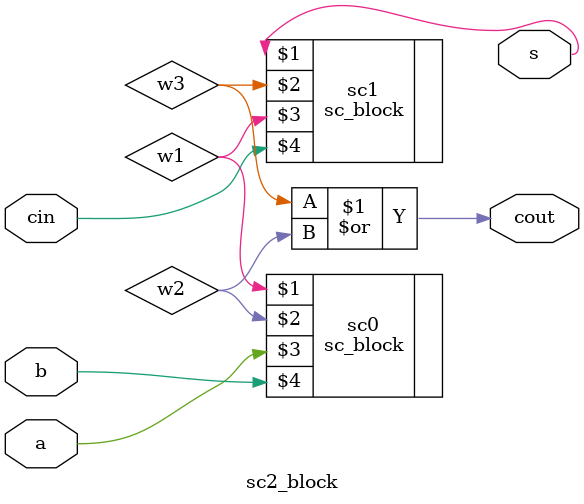
<source format=v>
module sc2_block(s, cout, a, b, cin);
    output s, cout;
    input a, b, cin;
    wire w1, w2, w3;

    // using module sc_block
    sc_block sc0(w1, w2, a, b);
    sc_block sc1(s, w3, w1, cin);

    // "cout" output is the OR of the two sc_block outputs w3 and w2
    or o1(cout, w3, w2);

endmodule // sc2_block

</source>
